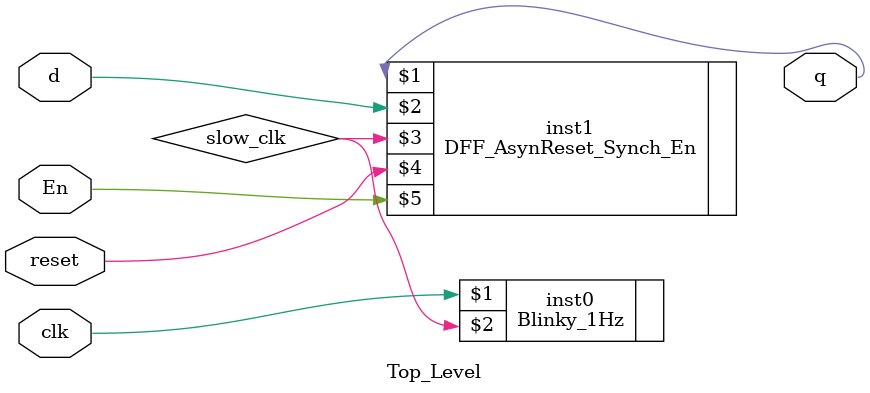
<source format=v>
`timescale 1ns / 1ps


module Top_Level(clk, reset, En, d, q);
input clk, reset, En, d;
output q;

// 
wire slow_clk;

Blinky_1Hz inst0(clk, slow_clk);
DFF_AsynReset_Synch_En inst1(q, d, slow_clk, reset, En);



endmodule

</source>
